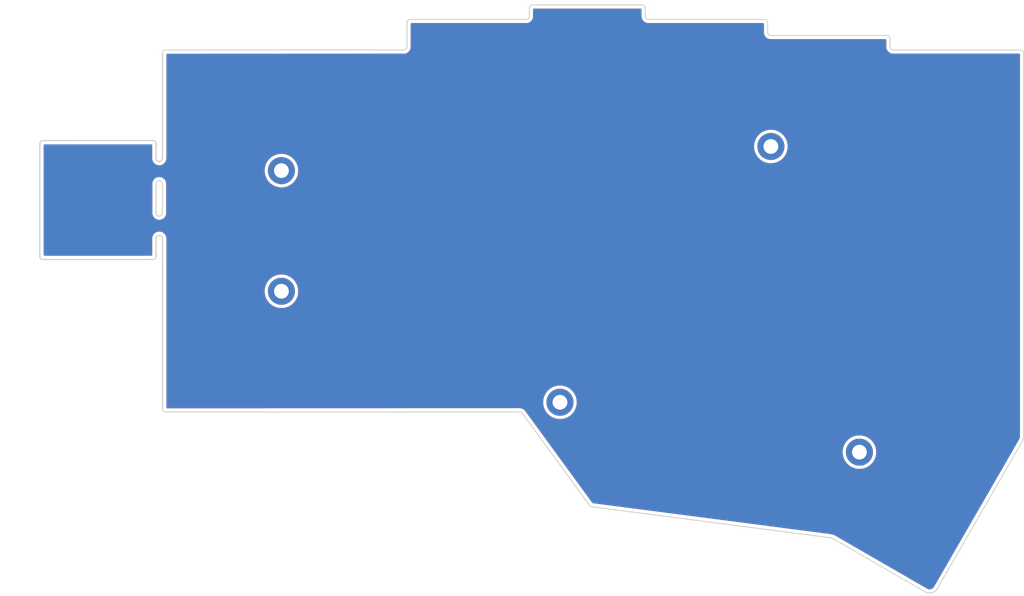
<source format=kicad_pcb>
(kicad_pcb (version 20171130) (host pcbnew "(5.1.10)-1")

  (general
    (thickness 1.6)
    (drawings 72)
    (tracks 0)
    (zones 0)
    (modules 5)
    (nets 1)
  )

  (page A4)
  (title_block
    (title "Corne Bottom Plate")
    (date 2018-11-15)
    (rev 2.1)
    (company foostan)
  )

  (layers
    (0 F.Cu signal)
    (31 B.Cu signal)
    (32 B.Adhes user)
    (33 F.Adhes user)
    (34 B.Paste user)
    (35 F.Paste user)
    (36 B.SilkS user)
    (37 F.SilkS user)
    (38 B.Mask user)
    (39 F.Mask user)
    (40 Dwgs.User user)
    (41 Cmts.User user)
    (42 Eco1.User user)
    (43 Eco2.User user)
    (44 Edge.Cuts user)
    (45 Margin user)
    (46 B.CrtYd user)
    (47 F.CrtYd user)
    (48 B.Fab user)
    (49 F.Fab user)
  )

  (setup
    (last_trace_width 0.25)
    (user_trace_width 0.2)
    (user_trace_width 0.5)
    (trace_clearance 0.2)
    (zone_clearance 0.508)
    (zone_45_only no)
    (trace_min 0.2)
    (via_size 0.6)
    (via_drill 0.4)
    (via_min_size 0.4)
    (via_min_drill 0.3)
    (uvia_size 0.3)
    (uvia_drill 0.1)
    (uvias_allowed no)
    (uvia_min_size 0.2)
    (uvia_min_drill 0.1)
    (edge_width 0.15)
    (segment_width 0.1)
    (pcb_text_width 0.3)
    (pcb_text_size 1.5 1.5)
    (mod_edge_width 0.15)
    (mod_text_size 1 1)
    (mod_text_width 0.15)
    (pad_size 4 4)
    (pad_drill 2.2)
    (pad_to_mask_clearance 0.2)
    (aux_axis_origin 194.75 68)
    (visible_elements 7FFFFFFF)
    (pcbplotparams
      (layerselection 0x010f0_ffffffff)
      (usegerberextensions false)
      (usegerberattributes false)
      (usegerberadvancedattributes false)
      (creategerberjobfile false)
      (excludeedgelayer true)
      (linewidth 0.100000)
      (plotframeref false)
      (viasonmask false)
      (mode 1)
      (useauxorigin false)
      (hpglpennumber 1)
      (hpglpenspeed 20)
      (hpglpendiameter 15.000000)
      (psnegative false)
      (psa4output false)
      (plotreference true)
      (plotvalue true)
      (plotinvisibletext false)
      (padsonsilk false)
      (subtractmaskfromsilk false)
      (outputformat 1)
      (mirror false)
      (drillshape 0)
      (scaleselection 1)
      (outputdirectory "../../../gerbers/"))
  )

  (net 0 "")

  (net_class Default "これは標準のネット クラスです。"
    (clearance 0.2)
    (trace_width 0.25)
    (via_dia 0.6)
    (via_drill 0.4)
    (uvia_dia 0.3)
    (uvia_drill 0.1)
  )

  (module kbd:M2_Hole_TH (layer F.Cu) (tedit 5F7666C1) (tstamp 5AAA5A9F)
    (at 79.5 105.5)
    (fp_text reference "" (at 0 -3.2) (layer F.SilkS)
      (effects (font (size 1 1) (thickness 0.15)))
    )
    (fp_text value "" (at 0 3.2) (layer F.Fab)
      (effects (font (size 1 1) (thickness 0.15)))
    )
    (fp_text user %R (at 0.3 0) (layer F.Fab)
      (effects (font (size 1 1) (thickness 0.15)))
    )
    (pad "" thru_hole circle (at 0 0) (size 4.2 4.2) (drill 2.3) (layers *.Cu *.Mask))
  )

  (module kbd:M2_Hole_TH (layer F.Cu) (tedit 5F7666C1) (tstamp 5AAA5A7C)
    (at 79.5 86.75)
    (fp_text reference "" (at 0 -3.2) (layer F.SilkS)
      (effects (font (size 1 1) (thickness 0.15)))
    )
    (fp_text value "" (at 0 3.2) (layer F.Fab)
      (effects (font (size 1 1) (thickness 0.15)))
    )
    (fp_text user %R (at 0.3 0) (layer F.Fab)
      (effects (font (size 1 1) (thickness 0.15)))
    )
    (pad "" thru_hole circle (at 0 0) (size 4.2 4.2) (drill 2.3) (layers *.Cu *.Mask))
  )

  (module kbd:M2_Hole_TH (layer F.Cu) (tedit 5F7666C1) (tstamp 5AAA7C39)
    (at 155.5 83)
    (fp_text reference "" (at 0 -3.2) (layer F.SilkS)
      (effects (font (size 1 1) (thickness 0.15)))
    )
    (fp_text value "" (at 0 3.2) (layer F.Fab)
      (effects (font (size 1 1) (thickness 0.15)))
    )
    (fp_text user %R (at 0.3 0) (layer F.Fab)
      (effects (font (size 1 1) (thickness 0.15)))
    )
    (pad "" thru_hole circle (at 0 0) (size 4.2 4.2) (drill 2.3) (layers *.Cu *.Mask))
  )

  (module kbd:M2_Hole_TH (layer F.Cu) (tedit 5F7666C1) (tstamp 5AAA7C4A)
    (at 122.75 122.75)
    (fp_text reference "" (at 0 -3.2) (layer F.SilkS)
      (effects (font (size 1 1) (thickness 0.15)))
    )
    (fp_text value "" (at 0 3.2) (layer F.Fab)
      (effects (font (size 1 1) (thickness 0.15)))
    )
    (fp_text user %R (at 0.3 0) (layer F.Fab)
      (effects (font (size 1 1) (thickness 0.15)))
    )
    (pad "" thru_hole circle (at 0 0) (size 4.2 4.2) (drill 2.3) (layers *.Cu *.Mask))
  )

  (module kbd:M2_Hole_TH (layer F.Cu) (tedit 5F7666C1) (tstamp 5AAA7D53)
    (at 169.25 130.5)
    (fp_text reference "" (at 0 -3.2) (layer F.SilkS)
      (effects (font (size 1 1) (thickness 0.15)))
    )
    (fp_text value "" (at 0 3.2) (layer F.Fab)
      (effects (font (size 1 1) (thickness 0.15)))
    )
    (fp_text user %R (at 0.3 0) (layer F.Fab)
      (effects (font (size 1 1) (thickness 0.15)))
    )
    (pad "" thru_hole circle (at 0 0) (size 4.2 4.2) (drill 2.3) (layers *.Cu *.Mask))
  )

  (gr_arc (start 61.5362 123.7648) (end 61.5362 124.2648) (angle 90) (layer Edge.Cuts) (width 0.15) (tstamp 60D0DCA6))
  (gr_line (start 41.98658 82.569) (end 41.98188 100.069) (layer Edge.Cuts) (width 0.2) (tstamp 60D0DCA5))
  (gr_line (start 61.03328 88.81978) (end 61.03328 93.31978) (angle 90) (layer Edge.Cuts) (width 0.15) (tstamp 60D0DCA4))
  (gr_line (start 59.53328 82.06048) (end 42.48658 82.069) (layer Edge.Cuts) (width 0.2) (tstamp 60D0DCA3))
  (gr_line (start 61.03328 68.607919) (end 61.03328 84.81978) (layer Edge.Cuts) (width 0.2) (tstamp 60D0DCA2))
  (gr_arc (start 59.53798 100.069) (end 60.03798 100.069) (angle 90) (layer Edge.Cuts) (width 0.2) (tstamp 60D0DCA1))
  (gr_arc (start 42.48188 100.069) (end 42.48188 100.569) (angle 90) (layer Edge.Cuts) (width 0.2) (tstamp 60D0DCA0))
  (gr_line (start 60.03328 84.81978) (end 60.03328 82.56048) (layer Edge.Cuts) (width 0.2) (tstamp 60D0DC9F))
  (gr_arc (start 60.53328 88.81978) (end 60.53328 88.31978) (angle 90) (layer Edge.Cuts) (width 0.15) (tstamp 60D0DC9E))
  (gr_arc (start 60.53408 97.31978) (end 60.53408 96.81978) (angle 90) (layer Edge.Cuts) (width 0.2) (tstamp 60D0DC9D))
  (gr_arc (start 60.53328 93.31978) (end 61.03328 93.31978) (angle 90) (layer Edge.Cuts) (width 0.15) (tstamp 60D0DC9C))
  (gr_arc (start 42.48658 82.569) (end 41.98658 82.569) (angle 90) (layer Edge.Cuts) (width 0.2) (tstamp 60D0DC9B))
  (gr_arc (start 61.467 68.469939) (end 61.03328 68.607919) (angle 107.6475069) (layer Edge.Cuts) (width 0.15) (tstamp 60D0DC9A))
  (gr_line (start 116.5 124.25) (end 61.5362 124.2648) (angle 90) (layer Edge.Cuts) (width 0.15) (tstamp 60D0DC99))
  (gr_line (start 98.5 68) (end 61.467 68.0148) (angle 90) (layer Edge.Cuts) (width 0.15) (tstamp 60D0DC98))
  (gr_line (start 42.48188 100.569) (end 59.53798 100.569) (layer Edge.Cuts) (width 0.2) (tstamp 60D0DC97))
  (gr_line (start 60.03328 93.31978) (end 60.03328 88.81978) (angle 90) (layer Edge.Cuts) (width 0.15) (tstamp 60D0DC96))
  (gr_arc (start 59.53328 82.56048) (end 59.53328 82.06048) (angle 90) (layer Edge.Cuts) (width 0.2) (tstamp 60D0DC95))
  (gr_line (start 60.03798 100.069) (end 60.03408 97.31978) (layer Edge.Cuts) (width 0.2) (tstamp 60D0DC94))
  (gr_line (start 61.0362 123.7648) (end 61.03408 97.31978) (layer Edge.Cuts) (width 0.2) (tstamp 60D0DC93))
  (gr_arc (start 60.53328 88.81978) (end 60.03328 88.81978) (angle 90) (layer Edge.Cuts) (width 0.15) (tstamp 60D0DC92))
  (gr_arc (start 60.53328 84.81978) (end 60.53328 85.31978) (angle 90) (layer Edge.Cuts) (width 0.2) (tstamp 60D0DC91))
  (dimension 92.487 (width 0.15) (layer Dwgs.User) (tstamp 60D0DC8F)
    (gr_text "92.487 mm" (at 39.467 106.5523 270) (layer Dwgs.User) (tstamp 60D0DC8F)
      (effects (font (size 1 1) (thickness 0.15)))
    )
    (feature1 (pts (xy 50.769 152.7958) (xy 40.180579 152.7958)))
    (feature2 (pts (xy 50.769 60.3088) (xy 40.180579 60.3088)))
    (crossbar (pts (xy 40.767 60.3088) (xy 40.767 152.7958)))
    (arrow1a (pts (xy 40.767 152.7958) (xy 40.180579 151.669296)))
    (arrow1b (pts (xy 40.767 152.7958) (xy 41.353421 151.669296)))
    (arrow2a (pts (xy 40.767 60.3088) (xy 40.180579 61.435304)))
    (arrow2b (pts (xy 40.767 60.3088) (xy 41.353421 61.435304)))
  )
  (gr_arc (start 60.53328 84.81978) (end 61.03328 84.81978) (angle 90) (layer Edge.Cuts) (width 0.2) (tstamp 60D0DC8E))
  (gr_arc (start 60.53328 93.31978) (end 60.53328 93.81978) (angle 90) (layer Edge.Cuts) (width 0.15) (tstamp 60D0DC8D))
  (gr_arc (start 60.53328 97.31978) (end 60.03328 97.31978) (angle 90) (layer Edge.Cuts) (width 0.2) (tstamp 60D0DC8C))
  (gr_line (start 169.25 128.05) (end 169.25 132.950063) (layer F.Fab) (width 0.1) (tstamp 5B88C1AA))
  (gr_line (start 166.8 130.5) (end 171.7 130.5) (layer F.Fab) (width 0.1) (tstamp 5B88C1A9))
  (gr_line (start 122.75 120.3) (end 122.75 125.200063) (layer F.Fab) (width 0.1) (tstamp 5B88C1A6))
  (gr_line (start 120.3 122.75) (end 125.2 122.75) (layer F.Fab) (width 0.1) (tstamp 5B88C1A5))
  (gr_line (start 79.5 103.05) (end 79.5 107.950063) (layer F.Fab) (width 0.1) (tstamp 5B88C19E))
  (gr_line (start 77.05 105.5) (end 81.95 105.5) (layer F.Fab) (width 0.1) (tstamp 5B88C19D))
  (gr_line (start 79.5 84.3) (end 79.5 89.200063) (layer F.Fab) (width 0.1) (tstamp 5B88C19A))
  (gr_line (start 77.05 86.75) (end 81.95 86.75) (layer F.Fab) (width 0.1) (tstamp 5B88C199))
  (gr_line (start 153.05 83) (end 157.95 83) (layer F.Fab) (width 0.1))
  (gr_line (start 155.5 80.55) (end 155.5 85.450063) (layer F.Fab) (width 0.1))
  (gr_arc (start 193.047765 127.997697) (end 194.522764 128.847696) (angle -30.71750663) (layer Edge.Cuts) (width 0.15))
  (gr_arc (start 180.14425 151.010957) (end 179.369251 152.160956) (angle -90.22347501) (layer Edge.Cuts) (width 0.15))
  (gr_arc (start 164.087404 147.16844) (end 165.075 143.9) (angle -11.21335546) (layer Edge.Cuts) (width 0.15))
  (gr_line (start 181.297263 151.781465) (end 194.525 128.85) (layer Edge.Cuts) (width 0.15))
  (gr_line (start 165.075 143.9) (end 179.369251 152.160956) (layer Edge.Cuts) (width 0.15))
  (gr_line (start 127.75 139) (end 164.420556 143.770344) (layer Edge.Cuts) (width 0.15))
  (gr_arc (start 127.75 138.5) (end 127.75 139) (angle 45) (layer Edge.Cuts) (width 0.15))
  (gr_line (start 116.853553 124.396447) (end 127.396447 138.853553) (angle 90) (layer Edge.Cuts) (width 0.15))
  (gr_line (start 169.26 130.5) (end 169.25 130.5) (angle 90) (layer Eco2.User) (width 2.5) (tstamp 5AAFF2CD))
  (gr_line (start 122.76 122.75) (end 122.75 122.75) (angle 90) (layer Eco2.User) (width 2.5) (tstamp 5AAFF292))
  (gr_line (start 155.51 83) (end 155.5 83) (angle 90) (layer Eco2.User) (width 2.5) (tstamp 5AAFF245))
  (gr_line (start 79.5 105.5) (end 79.51 105.5) (angle 90) (layer Eco2.User) (width 2.5) (tstamp 5AAFF0EB))
  (gr_line (start 79.5 86.75) (end 79.51 86.75) (angle 90) (layer Eco2.User) (width 2.5))
  (gr_line (start 174 66.25) (end 174 67.5) (angle 90) (layer Edge.Cuts) (width 0.15))
  (gr_arc (start 173.5 66.25) (end 173.5 65.75) (angle 90) (layer Edge.Cuts) (width 0.15))
  (gr_arc (start 174.5 67.5) (end 174.5 68) (angle 90) (layer Edge.Cuts) (width 0.15))
  (gr_line (start 194.25 68) (end 174.5 68) (angle 90) (layer Edge.Cuts) (width 0.15))
  (gr_arc (start 116.5 124.75) (end 116.5 124.25) (angle 45) (layer Edge.Cuts) (width 0.15))
  (gr_arc (start 98.5 67.5) (end 99 67.5) (angle 90) (layer Edge.Cuts) (width 0.15))
  (gr_arc (start 99.5 63.75) (end 99 63.75) (angle 90) (layer Edge.Cuts) (width 0.15))
  (gr_arc (start 117.5 62.75) (end 118 62.75) (angle 90) (layer Edge.Cuts) (width 0.15))
  (gr_arc (start 118.5 61.5) (end 118 61.5) (angle 90) (layer Edge.Cuts) (width 0.15))
  (gr_arc (start 135.5 61.5) (end 135.5 61) (angle 90) (layer Edge.Cuts) (width 0.15))
  (gr_arc (start 136.5 62.75) (end 136.5 63.25) (angle 90) (layer Edge.Cuts) (width 0.15))
  (gr_arc (start 154.5 63.75) (end 154.5 63.25) (angle 90) (layer Edge.Cuts) (width 0.15))
  (gr_arc (start 155.5 65.25) (end 155.5 65.75) (angle 90) (layer Edge.Cuts) (width 0.15))
  (gr_arc (start 194.25 68.5) (end 194.25 68) (angle 90) (layer Edge.Cuts) (width 0.15))
  (gr_line (start 194.75 68.5) (end 194.75 127.975) (angle 90) (layer Edge.Cuts) (width 0.15))
  (gr_line (start 99 63.75) (end 99 67.5) (angle 90) (layer Edge.Cuts) (width 0.15))
  (gr_line (start 117.5 63.25) (end 99.5 63.25) (angle 90) (layer Edge.Cuts) (width 0.15))
  (gr_line (start 118 61.5) (end 118 62.75) (angle 90) (layer Edge.Cuts) (width 0.15))
  (gr_line (start 135.5 61) (end 118.5 61) (angle 90) (layer Edge.Cuts) (width 0.15))
  (gr_line (start 136 62.75) (end 136 61.5) (angle 90) (layer Edge.Cuts) (width 0.15))
  (gr_line (start 154.5 63.25) (end 136.5 63.25) (angle 90) (layer Edge.Cuts) (width 0.15))
  (gr_line (start 155 65.25) (end 155 63.75) (angle 90) (layer Edge.Cuts) (width 0.15))
  (gr_line (start 173.5 65.75) (end 155.5 65.75) (angle 90) (layer Edge.Cuts) (width 0.15))

  (zone (net 0) (net_name "") (layer F.Cu) (tstamp 60D2B414) (hatch edge 0.508)
    (connect_pads (clearance 0.508))
    (min_thickness 0.254)
    (fill yes (arc_segments 16) (thermal_gap 0.508) (thermal_bridge_width 0.508))
    (polygon
      (pts
        (xy 194.7 67.9) (xy 174 67.9) (xy 174 65.7) (xy 155 65.7) (xy 155 63.2)
        (xy 136 63.2) (xy 136 60.9) (xy 118 60.9) (xy 118 63.2) (xy 98.8 63.2)
        (xy 98.9 67.9) (xy 60.7 68) (xy 60.9 124.7) (xy 116.6 124.2) (xy 127.4 139.1)
        (xy 165.05 143.9) (xy 180.75 152.775) (xy 194.8 128.1) (xy 194.8 67.9)
      )
    )
    (filled_polygon
      (pts
        (xy 135.29 62.784876) (xy 135.292955 62.814876) (xy 135.292934 62.817839) (xy 135.293901 62.827705) (xy 135.298941 62.87566)
        (xy 135.300273 62.889183) (xy 135.30041 62.889634) (xy 135.304101 62.924754) (xy 135.317045 62.987811) (xy 135.329099 63.051001)
        (xy 135.331964 63.060491) (xy 135.36082 63.15371) (xy 135.385752 63.213021) (xy 135.409865 63.272702) (xy 135.414519 63.281454)
        (xy 135.460932 63.367292) (xy 135.496898 63.420612) (xy 135.532152 63.474486) (xy 135.538417 63.482168) (xy 135.600619 63.557357)
        (xy 135.646269 63.602689) (xy 135.691299 63.648673) (xy 135.698938 63.654992) (xy 135.774559 63.716668) (xy 135.828147 63.752272)
        (xy 135.881262 63.788641) (xy 135.889983 63.793356) (xy 135.976144 63.839168) (xy 136.035612 63.863679) (xy 136.09478 63.889038)
        (xy 136.104249 63.891969) (xy 136.197667 63.920174) (xy 136.260787 63.932672) (xy 136.323743 63.946054) (xy 136.333602 63.94709)
        (xy 136.430719 63.956612) (xy 136.430723 63.956612) (xy 136.465123 63.96) (xy 154.290001 63.96) (xy 154.29 65.284876)
        (xy 154.292955 65.314876) (xy 154.292934 65.317839) (xy 154.293901 65.327705) (xy 154.298941 65.37566) (xy 154.300273 65.389183)
        (xy 154.30041 65.389634) (xy 154.304101 65.424754) (xy 154.317045 65.487811) (xy 154.329099 65.551001) (xy 154.331964 65.560491)
        (xy 154.36082 65.65371) (xy 154.385752 65.713021) (xy 154.409865 65.772702) (xy 154.414519 65.781454) (xy 154.460932 65.867292)
        (xy 154.496898 65.920612) (xy 154.532152 65.974486) (xy 154.538417 65.982168) (xy 154.600619 66.057357) (xy 154.646269 66.102689)
        (xy 154.691299 66.148673) (xy 154.698938 66.154992) (xy 154.774559 66.216668) (xy 154.828147 66.252272) (xy 154.881262 66.288641)
        (xy 154.889983 66.293356) (xy 154.976144 66.339168) (xy 155.035612 66.363679) (xy 155.09478 66.389038) (xy 155.104249 66.391969)
        (xy 155.197667 66.420174) (xy 155.260787 66.432672) (xy 155.323743 66.446054) (xy 155.333602 66.44709) (xy 155.430719 66.456612)
        (xy 155.430723 66.456612) (xy 155.465123 66.46) (xy 173.29 66.46) (xy 173.290001 67.534877) (xy 173.292955 67.564868)
        (xy 173.292934 67.567839) (xy 173.293901 67.577705) (xy 173.298955 67.625796) (xy 173.300274 67.639184) (xy 173.300409 67.639631)
        (xy 173.304101 67.674754) (xy 173.317043 67.737802) (xy 173.329099 67.801001) (xy 173.331964 67.810491) (xy 173.36082 67.90371)
        (xy 173.385752 67.963021) (xy 173.409865 68.022702) (xy 173.414519 68.031454) (xy 173.460932 68.117292) (xy 173.496898 68.170612)
        (xy 173.532152 68.224486) (xy 173.538417 68.232168) (xy 173.600619 68.307357) (xy 173.646269 68.352689) (xy 173.691299 68.398673)
        (xy 173.698938 68.404992) (xy 173.774559 68.466668) (xy 173.828147 68.502272) (xy 173.881262 68.538641) (xy 173.889983 68.543356)
        (xy 173.976144 68.589168) (xy 174.035612 68.613679) (xy 174.09478 68.639038) (xy 174.104249 68.641969) (xy 174.197667 68.670174)
        (xy 174.260787 68.682672) (xy 174.323743 68.696054) (xy 174.333602 68.69709) (xy 174.430719 68.706612) (xy 174.430723 68.706612)
        (xy 174.465123 68.71) (xy 194.04 68.71) (xy 194.040001 127.945012) (xy 194.020387 128.176837) (xy 193.96458 128.371)
        (xy 193.88351 128.53874) (xy 193.88108 128.545347) (xy 180.71134 151.376271) (xy 180.620779 151.486705) (xy 180.519299 151.570201)
        (xy 180.403527 151.6324) (xy 180.277885 151.670925) (xy 180.14715 151.684313) (xy 180.016312 151.672053) (xy 179.890338 151.634611)
        (xy 179.74629 151.558814) (xy 165.400066 143.267823) (xy 165.304615 143.224525) (xy 165.168424 143.192709) (xy 165.156734 143.192321)
        (xy 164.569638 143.076079) (xy 164.546731 143.070775) (xy 127.871366 138.299807) (xy 121.986889 130.230626) (xy 166.515 130.230626)
        (xy 166.515 130.769374) (xy 166.620105 131.29777) (xy 166.826275 131.795508) (xy 167.125587 132.243461) (xy 167.506539 132.624413)
        (xy 167.954492 132.923725) (xy 168.45223 133.129895) (xy 168.980626 133.235) (xy 169.519374 133.235) (xy 170.04777 133.129895)
        (xy 170.545508 132.923725) (xy 170.993461 132.624413) (xy 171.374413 132.243461) (xy 171.673725 131.795508) (xy 171.879895 131.29777)
        (xy 171.985 130.769374) (xy 171.985 130.230626) (xy 171.879895 129.70223) (xy 171.673725 129.204492) (xy 171.374413 128.756539)
        (xy 170.993461 128.375587) (xy 170.545508 128.076275) (xy 170.04777 127.870105) (xy 169.519374 127.765) (xy 168.980626 127.765)
        (xy 168.45223 127.870105) (xy 167.954492 128.076275) (xy 167.506539 128.375587) (xy 167.125587 128.756539) (xy 166.826275 129.204492)
        (xy 166.620105 129.70223) (xy 166.515 130.230626) (xy 121.986889 130.230626) (xy 117.406664 123.949923) (xy 117.336904 123.871699)
        (xy 117.295505 123.840476) (xy 117.225441 123.783332) (xy 117.171853 123.747728) (xy 117.118738 123.711359) (xy 117.110017 123.706644)
        (xy 117.023856 123.660832) (xy 116.964388 123.636321) (xy 116.90522 123.610962) (xy 116.895751 123.608031) (xy 116.802333 123.579826)
        (xy 116.739213 123.567328) (xy 116.676257 123.553946) (xy 116.666398 123.55291) (xy 116.569281 123.543388) (xy 116.569272 123.543388)
        (xy 116.534685 123.539991) (xy 61.771182 123.554737) (xy 61.771096 122.480626) (xy 120.015 122.480626) (xy 120.015 123.019374)
        (xy 120.120105 123.54777) (xy 120.326275 124.045508) (xy 120.625587 124.493461) (xy 121.006539 124.874413) (xy 121.454492 125.173725)
        (xy 121.95223 125.379895) (xy 122.480626 125.485) (xy 123.019374 125.485) (xy 123.54777 125.379895) (xy 124.045508 125.173725)
        (xy 124.493461 124.874413) (xy 124.874413 124.493461) (xy 125.173725 124.045508) (xy 125.379895 123.54777) (xy 125.485 123.019374)
        (xy 125.485 122.480626) (xy 125.379895 121.95223) (xy 125.173725 121.454492) (xy 124.874413 121.006539) (xy 124.493461 120.625587)
        (xy 124.045508 120.326275) (xy 123.54777 120.120105) (xy 123.019374 120.015) (xy 122.480626 120.015) (xy 121.95223 120.120105)
        (xy 121.454492 120.326275) (xy 121.006539 120.625587) (xy 120.625587 121.006539) (xy 120.326275 121.454492) (xy 120.120105 121.95223)
        (xy 120.015 122.480626) (xy 61.771096 122.480626) (xy 61.769714 105.230626) (xy 76.765 105.230626) (xy 76.765 105.769374)
        (xy 76.870105 106.29777) (xy 77.076275 106.795508) (xy 77.375587 107.243461) (xy 77.756539 107.624413) (xy 78.204492 107.923725)
        (xy 78.70223 108.129895) (xy 79.230626 108.235) (xy 79.769374 108.235) (xy 80.29777 108.129895) (xy 80.795508 107.923725)
        (xy 81.243461 107.624413) (xy 81.624413 107.243461) (xy 81.923725 106.795508) (xy 82.129895 106.29777) (xy 82.235 105.769374)
        (xy 82.235 105.230626) (xy 82.129895 104.70223) (xy 81.923725 104.204492) (xy 81.624413 103.756539) (xy 81.243461 103.375587)
        (xy 80.795508 103.076275) (xy 80.29777 102.870105) (xy 79.769374 102.765) (xy 79.230626 102.765) (xy 78.70223 102.870105)
        (xy 78.204492 103.076275) (xy 77.756539 103.375587) (xy 77.375587 103.756539) (xy 77.076275 104.204492) (xy 76.870105 104.70223)
        (xy 76.765 105.230626) (xy 61.769714 105.230626) (xy 61.769077 97.283617) (xy 61.766022 97.252629) (xy 61.766043 97.249675)
        (xy 61.765042 97.239462) (xy 61.75993 97.190827) (xy 61.758433 97.175637) (xy 61.758281 97.175137) (xy 61.754842 97.142414)
        (xy 61.741444 97.077144) (xy 61.728964 97.011721) (xy 61.725998 97.001896) (xy 61.697142 96.908677) (xy 61.671305 96.847214)
        (xy 61.646369 96.785496) (xy 61.641552 96.776435) (xy 61.595139 96.690597) (xy 61.557869 96.635342) (xy 61.521411 96.579629)
        (xy 61.514925 96.571676) (xy 61.452723 96.496487) (xy 61.405439 96.449532) (xy 61.35885 96.401956) (xy 61.350943 96.395414)
        (xy 61.275322 96.333739) (xy 61.219801 96.29685) (xy 61.164861 96.259232) (xy 61.15585 96.25436) (xy 61.155843 96.254355)
        (xy 61.155836 96.254352) (xy 61.155834 96.254351) (xy 61.069673 96.208539) (xy 61.008067 96.183147) (xy 60.94686 96.156913)
        (xy 60.937056 96.153878) (xy 60.937052 96.153877) (xy 60.93705 96.153876) (xy 60.937048 96.153876) (xy 60.926297 96.15063)
        (xy 60.920348 94.464111) (xy 60.93699 94.45896) (xy 60.996301 94.434028) (xy 61.055982 94.409915) (xy 61.064734 94.405261)
        (xy 61.150572 94.358848) (xy 61.203892 94.322882) (xy 61.257766 94.287628) (xy 61.265448 94.281363) (xy 61.340637 94.219161)
        (xy 61.385969 94.173511) (xy 61.431953 94.128481) (xy 61.438272 94.120842) (xy 61.499948 94.045221) (xy 61.535552 93.991633)
        (xy 61.571921 93.938518) (xy 61.576636 93.929797) (xy 61.622448 93.843636) (xy 61.646959 93.784168) (xy 61.672318 93.725)
        (xy 61.675249 93.715531) (xy 61.703454 93.622113) (xy 61.715952 93.558993) (xy 61.729334 93.496037) (xy 61.73037 93.486178)
        (xy 61.739892 93.389061) (xy 61.739892 93.389057) (xy 61.74328 93.354657) (xy 61.74328 88.784903) (xy 61.740325 88.754903)
        (xy 61.740346 88.751941) (xy 61.739379 88.742075) (xy 61.734341 88.694143) (xy 61.733007 88.680596) (xy 61.73287 88.680144)
        (xy 61.729179 88.645027) (xy 61.716238 88.581983) (xy 61.704181 88.518779) (xy 61.701316 88.509289) (xy 61.67246 88.41607)
        (xy 61.647533 88.356771) (xy 61.623415 88.297078) (xy 61.618761 88.288325) (xy 61.572348 88.202488) (xy 61.536382 88.149168)
        (xy 61.501128 88.095294) (xy 61.494862 88.087612) (xy 61.432661 88.012423) (xy 61.387011 87.967091) (xy 61.341981 87.921107)
        (xy 61.334342 87.914788) (xy 61.258721 87.853112) (xy 61.205133 87.817508) (xy 61.152018 87.781139) (xy 61.143297 87.776424)
        (xy 61.057136 87.730612) (xy 60.997668 87.706101) (xy 60.9385 87.680742) (xy 60.929031 87.677811) (xy 60.896376 87.667952)
        (xy 60.892188 86.480626) (xy 76.765 86.480626) (xy 76.765 87.019374) (xy 76.870105 87.54777) (xy 77.076275 88.045508)
        (xy 77.375587 88.493461) (xy 77.756539 88.874413) (xy 78.204492 89.173725) (xy 78.70223 89.379895) (xy 79.230626 89.485)
        (xy 79.769374 89.485) (xy 80.29777 89.379895) (xy 80.795508 89.173725) (xy 81.243461 88.874413) (xy 81.624413 88.493461)
        (xy 81.923725 88.045508) (xy 82.129895 87.54777) (xy 82.235 87.019374) (xy 82.235 86.480626) (xy 82.129895 85.95223)
        (xy 81.923725 85.454492) (xy 81.624413 85.006539) (xy 81.243461 84.625587) (xy 80.795508 84.326275) (xy 80.29777 84.120105)
        (xy 79.769374 84.015) (xy 79.230626 84.015) (xy 78.70223 84.120105) (xy 78.204492 84.326275) (xy 77.756539 84.625587)
        (xy 77.375587 85.006539) (xy 77.076275 85.454492) (xy 76.870105 85.95223) (xy 76.765 86.480626) (xy 60.892188 86.480626)
        (xy 60.890491 85.999524) (xy 60.944383 85.982842) (xy 61.005858 85.957) (xy 61.067564 85.932069) (xy 61.076625 85.927252)
        (xy 61.162463 85.880839) (xy 61.217695 85.843584) (xy 61.273431 85.807111) (xy 61.281384 85.800625) (xy 61.356573 85.738423)
        (xy 61.403528 85.691139) (xy 61.451104 85.64455) (xy 61.457645 85.636643) (xy 61.45765 85.636638) (xy 61.457654 85.636632)
        (xy 61.519321 85.561022) (xy 61.556194 85.505524) (xy 61.593828 85.450561) (xy 61.598709 85.441534) (xy 61.644521 85.355373)
        (xy 61.669913 85.293767) (xy 61.696147 85.23256) (xy 61.699182 85.222756) (xy 61.727387 85.129338) (xy 61.740336 85.063945)
        (xy 61.754177 84.998823) (xy 61.755248 84.988632) (xy 61.75525 84.988624) (xy 61.75525 84.988617) (xy 61.764772 84.8915)
        (xy 61.76828 84.855885) (xy 61.76828 82.730626) (xy 152.765 82.730626) (xy 152.765 83.269374) (xy 152.870105 83.79777)
        (xy 153.076275 84.295508) (xy 153.375587 84.743461) (xy 153.756539 85.124413) (xy 154.204492 85.423725) (xy 154.70223 85.629895)
        (xy 155.230626 85.735) (xy 155.769374 85.735) (xy 156.29777 85.629895) (xy 156.795508 85.423725) (xy 157.243461 85.124413)
        (xy 157.624413 84.743461) (xy 157.923725 84.295508) (xy 158.129895 83.79777) (xy 158.235 83.269374) (xy 158.235 82.730626)
        (xy 158.129895 82.20223) (xy 157.923725 81.704492) (xy 157.624413 81.256539) (xy 157.243461 80.875587) (xy 156.795508 80.576275)
        (xy 156.29777 80.370105) (xy 155.769374 80.265) (xy 155.230626 80.265) (xy 154.70223 80.370105) (xy 154.204492 80.576275)
        (xy 153.756539 80.875587) (xy 153.375587 81.256539) (xy 153.076275 81.704492) (xy 152.870105 82.20223) (xy 152.765 82.730626)
        (xy 61.76828 82.730626) (xy 61.76828 68.724679) (xy 98.53516 68.709986) (xy 98.564894 68.707045) (xy 98.567839 68.707066)
        (xy 98.577705 68.706099) (xy 98.629335 68.700673) (xy 98.639463 68.699671) (xy 98.639779 68.699575) (xy 98.674754 68.695899)
        (xy 98.737811 68.682955) (xy 98.801001 68.670901) (xy 98.810491 68.668036) (xy 98.90371 68.63918) (xy 98.963021 68.614248)
        (xy 99.022702 68.590135) (xy 99.031454 68.585481) (xy 99.117292 68.539068) (xy 99.170612 68.503102) (xy 99.224486 68.467848)
        (xy 99.232168 68.461583) (xy 99.307357 68.399381) (xy 99.352689 68.353731) (xy 99.398673 68.308701) (xy 99.404992 68.301062)
        (xy 99.466668 68.225441) (xy 99.502272 68.171853) (xy 99.538641 68.118738) (xy 99.543356 68.110017) (xy 99.589168 68.023856)
        (xy 99.613679 67.964388) (xy 99.639038 67.90522) (xy 99.641969 67.895751) (xy 99.670174 67.802333) (xy 99.682672 67.739213)
        (xy 99.696054 67.676257) (xy 99.69709 67.666398) (xy 99.706612 67.569281) (xy 99.706612 67.569277) (xy 99.71 67.534877)
        (xy 99.71 63.96) (xy 117.534877 63.96) (xy 117.564877 63.957045) (xy 117.567839 63.957066) (xy 117.577705 63.956099)
        (xy 117.625645 63.95106) (xy 117.639184 63.949727) (xy 117.639636 63.94959) (xy 117.674754 63.945899) (xy 117.737811 63.932955)
        (xy 117.801001 63.920901) (xy 117.810491 63.918036) (xy 117.90371 63.88918) (xy 117.963021 63.864248) (xy 118.022702 63.840135)
        (xy 118.031454 63.835481) (xy 118.117292 63.789068) (xy 118.170612 63.753102) (xy 118.224486 63.717848) (xy 118.232168 63.711583)
        (xy 118.307357 63.649381) (xy 118.352689 63.603731) (xy 118.398673 63.558701) (xy 118.404992 63.551062) (xy 118.466668 63.475441)
        (xy 118.502272 63.421853) (xy 118.538641 63.368738) (xy 118.543356 63.360017) (xy 118.589168 63.273856) (xy 118.613679 63.214388)
        (xy 118.639038 63.15522) (xy 118.641969 63.145751) (xy 118.670174 63.052333) (xy 118.682672 62.989213) (xy 118.696054 62.926257)
        (xy 118.69709 62.916398) (xy 118.706612 62.819281) (xy 118.706612 62.819277) (xy 118.71 62.784877) (xy 118.71 61.71)
        (xy 135.290001 61.71)
      )
    )
  )
  (zone (net 0) (net_name "") (layer B.Cu) (tstamp 60D2B411) (hatch edge 0.508)
    (connect_pads (clearance 0.508))
    (min_thickness 0.254)
    (fill yes (arc_segments 16) (thermal_gap 0.508) (thermal_bridge_width 0.508))
    (polygon
      (pts
        (xy 194.7 67.9) (xy 174 67.9) (xy 174 65.7) (xy 155 65.7) (xy 155 63.2)
        (xy 136 63.2) (xy 136 60.9) (xy 118 60.9) (xy 118 63.2) (xy 98.8 63.2)
        (xy 98.9 67.9) (xy 60.7 68) (xy 60.9 124.7) (xy 116.6 124.2) (xy 127.6 139)
        (xy 165 143.925) (xy 180.775 152.825) (xy 194.8 128.3) (xy 194.8 67.9)
      )
    )
    (filled_polygon
      (pts
        (xy 135.29 62.784876) (xy 135.292955 62.814876) (xy 135.292934 62.817839) (xy 135.293901 62.827705) (xy 135.298941 62.87566)
        (xy 135.300273 62.889183) (xy 135.30041 62.889634) (xy 135.304101 62.924754) (xy 135.317045 62.987811) (xy 135.329099 63.051001)
        (xy 135.331964 63.060491) (xy 135.36082 63.15371) (xy 135.385752 63.213021) (xy 135.409865 63.272702) (xy 135.414519 63.281454)
        (xy 135.460932 63.367292) (xy 135.496898 63.420612) (xy 135.532152 63.474486) (xy 135.538417 63.482168) (xy 135.600619 63.557357)
        (xy 135.646269 63.602689) (xy 135.691299 63.648673) (xy 135.698938 63.654992) (xy 135.774559 63.716668) (xy 135.828147 63.752272)
        (xy 135.881262 63.788641) (xy 135.889983 63.793356) (xy 135.976144 63.839168) (xy 136.035612 63.863679) (xy 136.09478 63.889038)
        (xy 136.104249 63.891969) (xy 136.197667 63.920174) (xy 136.260787 63.932672) (xy 136.323743 63.946054) (xy 136.333602 63.94709)
        (xy 136.430719 63.956612) (xy 136.430723 63.956612) (xy 136.465123 63.96) (xy 154.290001 63.96) (xy 154.29 65.284876)
        (xy 154.292955 65.314876) (xy 154.292934 65.317839) (xy 154.293901 65.327705) (xy 154.298941 65.37566) (xy 154.300273 65.389183)
        (xy 154.30041 65.389634) (xy 154.304101 65.424754) (xy 154.317045 65.487811) (xy 154.329099 65.551001) (xy 154.331964 65.560491)
        (xy 154.36082 65.65371) (xy 154.385752 65.713021) (xy 154.409865 65.772702) (xy 154.414519 65.781454) (xy 154.460932 65.867292)
        (xy 154.496898 65.920612) (xy 154.532152 65.974486) (xy 154.538417 65.982168) (xy 154.600619 66.057357) (xy 154.646269 66.102689)
        (xy 154.691299 66.148673) (xy 154.698938 66.154992) (xy 154.774559 66.216668) (xy 154.828147 66.252272) (xy 154.881262 66.288641)
        (xy 154.889983 66.293356) (xy 154.976144 66.339168) (xy 155.035612 66.363679) (xy 155.09478 66.389038) (xy 155.104249 66.391969)
        (xy 155.197667 66.420174) (xy 155.260787 66.432672) (xy 155.323743 66.446054) (xy 155.333602 66.44709) (xy 155.430719 66.456612)
        (xy 155.430723 66.456612) (xy 155.465123 66.46) (xy 173.29 66.46) (xy 173.290001 67.534877) (xy 173.292955 67.564868)
        (xy 173.292934 67.567839) (xy 173.293901 67.577705) (xy 173.298955 67.625796) (xy 173.300274 67.639184) (xy 173.300409 67.639631)
        (xy 173.304101 67.674754) (xy 173.317043 67.737802) (xy 173.329099 67.801001) (xy 173.331964 67.810491) (xy 173.36082 67.90371)
        (xy 173.385752 67.963021) (xy 173.409865 68.022702) (xy 173.414519 68.031454) (xy 173.460932 68.117292) (xy 173.496898 68.170612)
        (xy 173.532152 68.224486) (xy 173.538417 68.232168) (xy 173.600619 68.307357) (xy 173.646269 68.352689) (xy 173.691299 68.398673)
        (xy 173.698938 68.404992) (xy 173.774559 68.466668) (xy 173.828147 68.502272) (xy 173.881262 68.538641) (xy 173.889983 68.543356)
        (xy 173.976144 68.589168) (xy 174.035612 68.613679) (xy 174.09478 68.639038) (xy 174.104249 68.641969) (xy 174.197667 68.670174)
        (xy 174.260787 68.682672) (xy 174.323743 68.696054) (xy 174.333602 68.69709) (xy 174.430719 68.706612) (xy 174.430723 68.706612)
        (xy 174.465123 68.71) (xy 194.04 68.71) (xy 194.040001 127.945012) (xy 194.020387 128.176837) (xy 193.96458 128.371)
        (xy 193.88351 128.53874) (xy 193.88108 128.545347) (xy 180.71134 151.376271) (xy 180.620779 151.486705) (xy 180.519299 151.570201)
        (xy 180.403527 151.6324) (xy 180.277885 151.670925) (xy 180.14715 151.684313) (xy 180.016312 151.672053) (xy 179.890338 151.634611)
        (xy 179.74629 151.558814) (xy 165.400066 143.267823) (xy 165.304615 143.224525) (xy 165.168424 143.192709) (xy 165.156734 143.192321)
        (xy 164.569638 143.076079) (xy 164.546731 143.070775) (xy 127.871366 138.299807) (xy 121.986889 130.230626) (xy 166.515 130.230626)
        (xy 166.515 130.769374) (xy 166.620105 131.29777) (xy 166.826275 131.795508) (xy 167.125587 132.243461) (xy 167.506539 132.624413)
        (xy 167.954492 132.923725) (xy 168.45223 133.129895) (xy 168.980626 133.235) (xy 169.519374 133.235) (xy 170.04777 133.129895)
        (xy 170.545508 132.923725) (xy 170.993461 132.624413) (xy 171.374413 132.243461) (xy 171.673725 131.795508) (xy 171.879895 131.29777)
        (xy 171.985 130.769374) (xy 171.985 130.230626) (xy 171.879895 129.70223) (xy 171.673725 129.204492) (xy 171.374413 128.756539)
        (xy 170.993461 128.375587) (xy 170.545508 128.076275) (xy 170.04777 127.870105) (xy 169.519374 127.765) (xy 168.980626 127.765)
        (xy 168.45223 127.870105) (xy 167.954492 128.076275) (xy 167.506539 128.375587) (xy 167.125587 128.756539) (xy 166.826275 129.204492)
        (xy 166.620105 129.70223) (xy 166.515 130.230626) (xy 121.986889 130.230626) (xy 117.406664 123.949923) (xy 117.336904 123.871699)
        (xy 117.295505 123.840476) (xy 117.225441 123.783332) (xy 117.171853 123.747728) (xy 117.118738 123.711359) (xy 117.110017 123.706644)
        (xy 117.023856 123.660832) (xy 116.964388 123.636321) (xy 116.90522 123.610962) (xy 116.895751 123.608031) (xy 116.802333 123.579826)
        (xy 116.739213 123.567328) (xy 116.676257 123.553946) (xy 116.666398 123.55291) (xy 116.569281 123.543388) (xy 116.569272 123.543388)
        (xy 116.534685 123.539991) (xy 61.771182 123.554737) (xy 61.771096 122.480626) (xy 120.015 122.480626) (xy 120.015 123.019374)
        (xy 120.120105 123.54777) (xy 120.326275 124.045508) (xy 120.625587 124.493461) (xy 121.006539 124.874413) (xy 121.454492 125.173725)
        (xy 121.95223 125.379895) (xy 122.480626 125.485) (xy 123.019374 125.485) (xy 123.54777 125.379895) (xy 124.045508 125.173725)
        (xy 124.493461 124.874413) (xy 124.874413 124.493461) (xy 125.173725 124.045508) (xy 125.379895 123.54777) (xy 125.485 123.019374)
        (xy 125.485 122.480626) (xy 125.379895 121.95223) (xy 125.173725 121.454492) (xy 124.874413 121.006539) (xy 124.493461 120.625587)
        (xy 124.045508 120.326275) (xy 123.54777 120.120105) (xy 123.019374 120.015) (xy 122.480626 120.015) (xy 121.95223 120.120105)
        (xy 121.454492 120.326275) (xy 121.006539 120.625587) (xy 120.625587 121.006539) (xy 120.326275 121.454492) (xy 120.120105 121.95223)
        (xy 120.015 122.480626) (xy 61.771096 122.480626) (xy 61.769714 105.230626) (xy 76.765 105.230626) (xy 76.765 105.769374)
        (xy 76.870105 106.29777) (xy 77.076275 106.795508) (xy 77.375587 107.243461) (xy 77.756539 107.624413) (xy 78.204492 107.923725)
        (xy 78.70223 108.129895) (xy 79.230626 108.235) (xy 79.769374 108.235) (xy 80.29777 108.129895) (xy 80.795508 107.923725)
        (xy 81.243461 107.624413) (xy 81.624413 107.243461) (xy 81.923725 106.795508) (xy 82.129895 106.29777) (xy 82.235 105.769374)
        (xy 82.235 105.230626) (xy 82.129895 104.70223) (xy 81.923725 104.204492) (xy 81.624413 103.756539) (xy 81.243461 103.375587)
        (xy 80.795508 103.076275) (xy 80.29777 102.870105) (xy 79.769374 102.765) (xy 79.230626 102.765) (xy 78.70223 102.870105)
        (xy 78.204492 103.076275) (xy 77.756539 103.375587) (xy 77.375587 103.756539) (xy 77.076275 104.204492) (xy 76.870105 104.70223)
        (xy 76.765 105.230626) (xy 61.769714 105.230626) (xy 61.769077 97.283617) (xy 61.766022 97.252629) (xy 61.766043 97.249675)
        (xy 61.765042 97.239462) (xy 61.75993 97.190827) (xy 61.758433 97.175637) (xy 61.758281 97.175137) (xy 61.754842 97.142414)
        (xy 61.741444 97.077144) (xy 61.728964 97.011721) (xy 61.725998 97.001896) (xy 61.697142 96.908677) (xy 61.671305 96.847214)
        (xy 61.646369 96.785496) (xy 61.641552 96.776435) (xy 61.595139 96.690597) (xy 61.557869 96.635342) (xy 61.521411 96.579629)
        (xy 61.514925 96.571676) (xy 61.452723 96.496487) (xy 61.405439 96.449532) (xy 61.35885 96.401956) (xy 61.350943 96.395414)
        (xy 61.275322 96.333739) (xy 61.219801 96.29685) (xy 61.164861 96.259232) (xy 61.15585 96.25436) (xy 61.155843 96.254355)
        (xy 61.155836 96.254352) (xy 61.155834 96.254351) (xy 61.069673 96.208539) (xy 61.008067 96.183147) (xy 60.94686 96.156913)
        (xy 60.937056 96.153878) (xy 60.937052 96.153877) (xy 60.93705 96.153876) (xy 60.937048 96.153876) (xy 60.926297 96.15063)
        (xy 60.920348 94.464111) (xy 60.93699 94.45896) (xy 60.996301 94.434028) (xy 61.055982 94.409915) (xy 61.064734 94.405261)
        (xy 61.150572 94.358848) (xy 61.203892 94.322882) (xy 61.257766 94.287628) (xy 61.265448 94.281363) (xy 61.340637 94.219161)
        (xy 61.385969 94.173511) (xy 61.431953 94.128481) (xy 61.438272 94.120842) (xy 61.499948 94.045221) (xy 61.535552 93.991633)
        (xy 61.571921 93.938518) (xy 61.576636 93.929797) (xy 61.622448 93.843636) (xy 61.646959 93.784168) (xy 61.672318 93.725)
        (xy 61.675249 93.715531) (xy 61.703454 93.622113) (xy 61.715952 93.558993) (xy 61.729334 93.496037) (xy 61.73037 93.486178)
        (xy 61.739892 93.389061) (xy 61.739892 93.389057) (xy 61.74328 93.354657) (xy 61.74328 88.784903) (xy 61.740325 88.754903)
        (xy 61.740346 88.751941) (xy 61.739379 88.742075) (xy 61.734341 88.694143) (xy 61.733007 88.680596) (xy 61.73287 88.680144)
        (xy 61.729179 88.645027) (xy 61.716238 88.581983) (xy 61.704181 88.518779) (xy 61.701316 88.509289) (xy 61.67246 88.41607)
        (xy 61.647533 88.356771) (xy 61.623415 88.297078) (xy 61.618761 88.288325) (xy 61.572348 88.202488) (xy 61.536382 88.149168)
        (xy 61.501128 88.095294) (xy 61.494862 88.087612) (xy 61.432661 88.012423) (xy 61.387011 87.967091) (xy 61.341981 87.921107)
        (xy 61.334342 87.914788) (xy 61.258721 87.853112) (xy 61.205133 87.817508) (xy 61.152018 87.781139) (xy 61.143297 87.776424)
        (xy 61.057136 87.730612) (xy 60.997668 87.706101) (xy 60.9385 87.680742) (xy 60.929031 87.677811) (xy 60.896376 87.667952)
        (xy 60.892188 86.480626) (xy 76.765 86.480626) (xy 76.765 87.019374) (xy 76.870105 87.54777) (xy 77.076275 88.045508)
        (xy 77.375587 88.493461) (xy 77.756539 88.874413) (xy 78.204492 89.173725) (xy 78.70223 89.379895) (xy 79.230626 89.485)
        (xy 79.769374 89.485) (xy 80.29777 89.379895) (xy 80.795508 89.173725) (xy 81.243461 88.874413) (xy 81.624413 88.493461)
        (xy 81.923725 88.045508) (xy 82.129895 87.54777) (xy 82.235 87.019374) (xy 82.235 86.480626) (xy 82.129895 85.95223)
        (xy 81.923725 85.454492) (xy 81.624413 85.006539) (xy 81.243461 84.625587) (xy 80.795508 84.326275) (xy 80.29777 84.120105)
        (xy 79.769374 84.015) (xy 79.230626 84.015) (xy 78.70223 84.120105) (xy 78.204492 84.326275) (xy 77.756539 84.625587)
        (xy 77.375587 85.006539) (xy 77.076275 85.454492) (xy 76.870105 85.95223) (xy 76.765 86.480626) (xy 60.892188 86.480626)
        (xy 60.890491 85.999524) (xy 60.944383 85.982842) (xy 61.005858 85.957) (xy 61.067564 85.932069) (xy 61.076625 85.927252)
        (xy 61.162463 85.880839) (xy 61.217695 85.843584) (xy 61.273431 85.807111) (xy 61.281384 85.800625) (xy 61.356573 85.738423)
        (xy 61.403528 85.691139) (xy 61.451104 85.64455) (xy 61.457645 85.636643) (xy 61.45765 85.636638) (xy 61.457654 85.636632)
        (xy 61.519321 85.561022) (xy 61.556194 85.505524) (xy 61.593828 85.450561) (xy 61.598709 85.441534) (xy 61.644521 85.355373)
        (xy 61.669913 85.293767) (xy 61.696147 85.23256) (xy 61.699182 85.222756) (xy 61.727387 85.129338) (xy 61.740336 85.063945)
        (xy 61.754177 84.998823) (xy 61.755248 84.988632) (xy 61.75525 84.988624) (xy 61.75525 84.988617) (xy 61.764772 84.8915)
        (xy 61.76828 84.855885) (xy 61.76828 82.730626) (xy 152.765 82.730626) (xy 152.765 83.269374) (xy 152.870105 83.79777)
        (xy 153.076275 84.295508) (xy 153.375587 84.743461) (xy 153.756539 85.124413) (xy 154.204492 85.423725) (xy 154.70223 85.629895)
        (xy 155.230626 85.735) (xy 155.769374 85.735) (xy 156.29777 85.629895) (xy 156.795508 85.423725) (xy 157.243461 85.124413)
        (xy 157.624413 84.743461) (xy 157.923725 84.295508) (xy 158.129895 83.79777) (xy 158.235 83.269374) (xy 158.235 82.730626)
        (xy 158.129895 82.20223) (xy 157.923725 81.704492) (xy 157.624413 81.256539) (xy 157.243461 80.875587) (xy 156.795508 80.576275)
        (xy 156.29777 80.370105) (xy 155.769374 80.265) (xy 155.230626 80.265) (xy 154.70223 80.370105) (xy 154.204492 80.576275)
        (xy 153.756539 80.875587) (xy 153.375587 81.256539) (xy 153.076275 81.704492) (xy 152.870105 82.20223) (xy 152.765 82.730626)
        (xy 61.76828 82.730626) (xy 61.76828 68.724679) (xy 98.53516 68.709986) (xy 98.564894 68.707045) (xy 98.567839 68.707066)
        (xy 98.577705 68.706099) (xy 98.629335 68.700673) (xy 98.639463 68.699671) (xy 98.639779 68.699575) (xy 98.674754 68.695899)
        (xy 98.737811 68.682955) (xy 98.801001 68.670901) (xy 98.810491 68.668036) (xy 98.90371 68.63918) (xy 98.963021 68.614248)
        (xy 99.022702 68.590135) (xy 99.031454 68.585481) (xy 99.117292 68.539068) (xy 99.170612 68.503102) (xy 99.224486 68.467848)
        (xy 99.232168 68.461583) (xy 99.307357 68.399381) (xy 99.352689 68.353731) (xy 99.398673 68.308701) (xy 99.404992 68.301062)
        (xy 99.466668 68.225441) (xy 99.502272 68.171853) (xy 99.538641 68.118738) (xy 99.543356 68.110017) (xy 99.589168 68.023856)
        (xy 99.613679 67.964388) (xy 99.639038 67.90522) (xy 99.641969 67.895751) (xy 99.670174 67.802333) (xy 99.682672 67.739213)
        (xy 99.696054 67.676257) (xy 99.69709 67.666398) (xy 99.706612 67.569281) (xy 99.706612 67.569277) (xy 99.71 67.534877)
        (xy 99.71 63.96) (xy 117.534877 63.96) (xy 117.564877 63.957045) (xy 117.567839 63.957066) (xy 117.577705 63.956099)
        (xy 117.625645 63.95106) (xy 117.639184 63.949727) (xy 117.639636 63.94959) (xy 117.674754 63.945899) (xy 117.737811 63.932955)
        (xy 117.801001 63.920901) (xy 117.810491 63.918036) (xy 117.90371 63.88918) (xy 117.963021 63.864248) (xy 118.022702 63.840135)
        (xy 118.031454 63.835481) (xy 118.117292 63.789068) (xy 118.170612 63.753102) (xy 118.224486 63.717848) (xy 118.232168 63.711583)
        (xy 118.307357 63.649381) (xy 118.352689 63.603731) (xy 118.398673 63.558701) (xy 118.404992 63.551062) (xy 118.466668 63.475441)
        (xy 118.502272 63.421853) (xy 118.538641 63.368738) (xy 118.543356 63.360017) (xy 118.589168 63.273856) (xy 118.613679 63.214388)
        (xy 118.639038 63.15522) (xy 118.641969 63.145751) (xy 118.670174 63.052333) (xy 118.682672 62.989213) (xy 118.696054 62.926257)
        (xy 118.69709 62.916398) (xy 118.706612 62.819281) (xy 118.706612 62.819277) (xy 118.71 62.784877) (xy 118.71 61.71)
        (xy 135.290001 61.71)
      )
    )
  )
  (zone (net 0) (net_name "") (layer F.Cu) (tstamp 60D2B40E) (hatch edge 0.508)
    (connect_pads (clearance 0.508))
    (min_thickness 0.254)
    (fill yes (arc_segments 32) (thermal_gap 0.508) (thermal_bridge_width 0.508))
    (polygon
      (pts
        (xy 60.96 100.33) (xy 41.91 100.33) (xy 41.91 81.915) (xy 60.96 81.915)
      )
    )
    (filled_polygon
      (pts
        (xy 59.29828 84.855884) (xy 59.301338 84.886929) (xy 59.301317 84.889885) (xy 59.302318 84.900098) (xy 59.307352 84.947996)
        (xy 59.308915 84.963864) (xy 59.309076 84.964393) (xy 59.312518 84.997147) (xy 59.325918 85.062424) (xy 59.338396 85.127839)
        (xy 59.341362 85.137664) (xy 59.370218 85.230883) (xy 59.39606 85.292358) (xy 59.420991 85.354064) (xy 59.425808 85.363125)
        (xy 59.472221 85.448963) (xy 59.509476 85.504195) (xy 59.545949 85.559931) (xy 59.552435 85.567884) (xy 59.614637 85.643073)
        (xy 59.661921 85.690028) (xy 59.70851 85.737604) (xy 59.716417 85.744145) (xy 59.716422 85.74415) (xy 59.716428 85.744154)
        (xy 59.792038 85.805821) (xy 59.847536 85.842694) (xy 59.902499 85.880328) (xy 59.911526 85.885209) (xy 59.997687 85.931021)
        (xy 60.059293 85.956413) (xy 60.1205 85.982647) (xy 60.130304 85.985682) (xy 60.130308 85.985683) (xy 60.13031 85.985684)
        (xy 60.130312 85.985684) (xy 60.223722 86.013887) (xy 60.289115 86.026836) (xy 60.354237 86.040677) (xy 60.364428 86.041748)
        (xy 60.364436 86.04175) (xy 60.364443 86.04175) (xy 60.46156 86.051272) (xy 60.493646 86.051272) (xy 60.525544 86.054739)
        (xy 60.535806 86.054776) (xy 60.539297 86.054764) (xy 60.571263 86.051519) (xy 60.603385 86.051743) (xy 60.613598 86.050742)
        (xy 60.710647 86.040542) (xy 60.775924 86.027142) (xy 60.833 86.016255) (xy 60.833 87.649089) (xy 60.772493 87.637108)
        (xy 60.709537 87.623726) (xy 60.699678 87.62269) (xy 60.602561 87.613168) (xy 60.571567 87.613168) (xy 60.540753 87.609819)
        (xy 60.530839 87.609784) (xy 60.527348 87.609796) (xy 60.496473 87.612931) (xy 60.465441 87.612714) (xy 60.455575 87.613681)
        (xy 60.358527 87.623881) (xy 60.295483 87.636822) (xy 60.232279 87.648879) (xy 60.222789 87.651744) (xy 60.12957 87.6806)
        (xy 60.070271 87.705527) (xy 60.010578 87.729645) (xy 60.001825 87.734299) (xy 59.915988 87.780712) (xy 59.862668 87.816678)
        (xy 59.808794 87.851932) (xy 59.801112 87.858198) (xy 59.725923 87.920399) (xy 59.680591 87.966049) (xy 59.634607 88.011079)
        (xy 59.628288 88.018718) (xy 59.566612 88.094339) (xy 59.531008 88.147927) (xy 59.494639 88.201042) (xy 59.489924 88.209763)
        (xy 59.444112 88.295924) (xy 59.419601 88.355392) (xy 59.394242 88.41456) (xy 59.391311 88.424029) (xy 59.363106 88.517447)
        (xy 59.350608 88.580567) (xy 59.337226 88.643523) (xy 59.33619 88.653382) (xy 59.326668 88.750499) (xy 59.326668 88.750513)
        (xy 59.323281 88.784903) (xy 59.32328 93.354656) (xy 59.326235 93.384656) (xy 59.326214 93.387619) (xy 59.327181 93.397485)
        (xy 59.332221 93.44544) (xy 59.333553 93.458963) (xy 59.33369 93.459414) (xy 59.337381 93.494534) (xy 59.350325 93.557591)
        (xy 59.362379 93.620781) (xy 59.365244 93.630271) (xy 59.3941 93.72349) (xy 59.419032 93.782801) (xy 59.443145 93.842482)
        (xy 59.447799 93.851234) (xy 59.494212 93.937072) (xy 59.530178 93.990392) (xy 59.565432 94.044266) (xy 59.571697 94.051948)
        (xy 59.633899 94.127137) (xy 59.679549 94.172469) (xy 59.724579 94.218453) (xy 59.732218 94.224772) (xy 59.807839 94.286448)
        (xy 59.861427 94.322052) (xy 59.914542 94.358421) (xy 59.923263 94.363136) (xy 60.009424 94.408948) (xy 60.068892 94.433459)
        (xy 60.12806 94.458818) (xy 60.137529 94.461749) (xy 60.230947 94.489954) (xy 60.294067 94.502452) (xy 60.357023 94.515834)
        (xy 60.366882 94.51687) (xy 60.463999 94.526392) (xy 60.494993 94.526392) (xy 60.525807 94.529741) (xy 60.535721 94.529776)
        (xy 60.539212 94.529764) (xy 60.570087 94.526629) (xy 60.601119 94.526846) (xy 60.610985 94.525879) (xy 60.708034 94.515679)
        (xy 60.771091 94.502735) (xy 60.833 94.490925) (xy 60.833 96.123567) (xy 60.778252 96.112726) (xy 60.713124 96.098883)
        (xy 60.702931 96.097811) (xy 60.702924 96.09781) (xy 60.702918 96.09781) (xy 60.6058 96.088288) (xy 60.572914 96.088288)
        (xy 60.541016 96.084821) (xy 60.530753 96.084784) (xy 60.527263 96.084796) (xy 60.495297 96.088041) (xy 60.463175 96.087817)
        (xy 60.452962 96.088818) (xy 60.355914 96.099018) (xy 60.290644 96.112416) (xy 60.225221 96.124896) (xy 60.215396 96.127862)
        (xy 60.122177 96.156718) (xy 60.060714 96.182555) (xy 59.998996 96.207491) (xy 59.989935 96.212308) (xy 59.904097 96.258721)
        (xy 59.848842 96.295991) (xy 59.793129 96.332449) (xy 59.785176 96.338935) (xy 59.709987 96.401137) (xy 59.663032 96.448421)
        (xy 59.615456 96.49501) (xy 59.608914 96.502917) (xy 59.547239 96.578538) (xy 59.51035 96.634059) (xy 59.472732 96.688999)
        (xy 59.46786 96.69801) (xy 59.467855 96.698017) (xy 59.467852 96.698024) (xy 59.467851 96.698026) (xy 59.422039 96.784187)
        (xy 59.396647 96.845793) (xy 59.370413 96.907) (xy 59.367378 96.916804) (xy 59.339173 97.010222) (xy 59.326226 97.075608)
        (xy 59.312383 97.140736) (xy 59.311311 97.150929) (xy 59.31131 97.150936) (xy 59.31131 97.150942) (xy 59.301788 97.24806)
        (xy 59.301788 97.256303) (xy 59.29903 97.284718) (xy 59.302646 99.834) (xy 42.716943 99.834) (xy 42.721516 82.803882)
        (xy 59.298281 82.795597)
      )
    )
  )
  (zone (net 0) (net_name "") (layer B.Cu) (tstamp 60D2B40B) (hatch edge 0.508)
    (connect_pads (clearance 0.508))
    (min_thickness 0.254)
    (fill yes (arc_segments 32) (thermal_gap 0.508) (thermal_bridge_width 0.508))
    (polygon
      (pts
        (xy 60.96 100.965) (xy 41.91 100.965) (xy 41.91 81.915) (xy 60.96 81.915)
      )
    )
    (filled_polygon
      (pts
        (xy 59.29828 84.855884) (xy 59.301338 84.886929) (xy 59.301317 84.889885) (xy 59.302318 84.900098) (xy 59.307352 84.947996)
        (xy 59.308915 84.963864) (xy 59.309076 84.964393) (xy 59.312518 84.997147) (xy 59.325918 85.062424) (xy 59.338396 85.127839)
        (xy 59.341362 85.137664) (xy 59.370218 85.230883) (xy 59.39606 85.292358) (xy 59.420991 85.354064) (xy 59.425808 85.363125)
        (xy 59.472221 85.448963) (xy 59.509476 85.504195) (xy 59.545949 85.559931) (xy 59.552435 85.567884) (xy 59.614637 85.643073)
        (xy 59.661921 85.690028) (xy 59.70851 85.737604) (xy 59.716417 85.744145) (xy 59.716422 85.74415) (xy 59.716428 85.744154)
        (xy 59.792038 85.805821) (xy 59.847536 85.842694) (xy 59.902499 85.880328) (xy 59.911526 85.885209) (xy 59.997687 85.931021)
        (xy 60.059293 85.956413) (xy 60.1205 85.982647) (xy 60.130304 85.985682) (xy 60.130308 85.985683) (xy 60.13031 85.985684)
        (xy 60.130312 85.985684) (xy 60.223722 86.013887) (xy 60.289115 86.026836) (xy 60.354237 86.040677) (xy 60.364428 86.041748)
        (xy 60.364436 86.04175) (xy 60.364443 86.04175) (xy 60.46156 86.051272) (xy 60.493646 86.051272) (xy 60.525544 86.054739)
        (xy 60.535806 86.054776) (xy 60.539297 86.054764) (xy 60.571263 86.051519) (xy 60.603385 86.051743) (xy 60.613598 86.050742)
        (xy 60.710647 86.040542) (xy 60.775924 86.027142) (xy 60.833 86.016255) (xy 60.833 87.649089) (xy 60.772493 87.637108)
        (xy 60.709537 87.623726) (xy 60.699678 87.62269) (xy 60.602561 87.613168) (xy 60.571567 87.613168) (xy 60.540753 87.609819)
        (xy 60.530839 87.609784) (xy 60.527348 87.609796) (xy 60.496473 87.612931) (xy 60.465441 87.612714) (xy 60.455575 87.613681)
        (xy 60.358527 87.623881) (xy 60.295483 87.636822) (xy 60.232279 87.648879) (xy 60.222789 87.651744) (xy 60.12957 87.6806)
        (xy 60.070271 87.705527) (xy 60.010578 87.729645) (xy 60.001825 87.734299) (xy 59.915988 87.780712) (xy 59.862668 87.816678)
        (xy 59.808794 87.851932) (xy 59.801112 87.858198) (xy 59.725923 87.920399) (xy 59.680591 87.966049) (xy 59.634607 88.011079)
        (xy 59.628288 88.018718) (xy 59.566612 88.094339) (xy 59.531008 88.147927) (xy 59.494639 88.201042) (xy 59.489924 88.209763)
        (xy 59.444112 88.295924) (xy 59.419601 88.355392) (xy 59.394242 88.41456) (xy 59.391311 88.424029) (xy 59.363106 88.517447)
        (xy 59.350608 88.580567) (xy 59.337226 88.643523) (xy 59.33619 88.653382) (xy 59.326668 88.750499) (xy 59.326668 88.750513)
        (xy 59.323281 88.784903) (xy 59.32328 93.354656) (xy 59.326235 93.384656) (xy 59.326214 93.387619) (xy 59.327181 93.397485)
        (xy 59.332221 93.44544) (xy 59.333553 93.458963) (xy 59.33369 93.459414) (xy 59.337381 93.494534) (xy 59.350325 93.557591)
        (xy 59.362379 93.620781) (xy 59.365244 93.630271) (xy 59.3941 93.72349) (xy 59.419032 93.782801) (xy 59.443145 93.842482)
        (xy 59.447799 93.851234) (xy 59.494212 93.937072) (xy 59.530178 93.990392) (xy 59.565432 94.044266) (xy 59.571697 94.051948)
        (xy 59.633899 94.127137) (xy 59.679549 94.172469) (xy 59.724579 94.218453) (xy 59.732218 94.224772) (xy 59.807839 94.286448)
        (xy 59.861427 94.322052) (xy 59.914542 94.358421) (xy 59.923263 94.363136) (xy 60.009424 94.408948) (xy 60.068892 94.433459)
        (xy 60.12806 94.458818) (xy 60.137529 94.461749) (xy 60.230947 94.489954) (xy 60.294067 94.502452) (xy 60.357023 94.515834)
        (xy 60.366882 94.51687) (xy 60.463999 94.526392) (xy 60.494993 94.526392) (xy 60.525807 94.529741) (xy 60.535721 94.529776)
        (xy 60.539212 94.529764) (xy 60.570087 94.526629) (xy 60.601119 94.526846) (xy 60.610985 94.525879) (xy 60.708034 94.515679)
        (xy 60.771091 94.502735) (xy 60.833 94.490925) (xy 60.833 96.123567) (xy 60.778252 96.112726) (xy 60.713124 96.098883)
        (xy 60.702931 96.097811) (xy 60.702924 96.09781) (xy 60.702918 96.09781) (xy 60.6058 96.088288) (xy 60.572914 96.088288)
        (xy 60.541016 96.084821) (xy 60.530753 96.084784) (xy 60.527263 96.084796) (xy 60.495297 96.088041) (xy 60.463175 96.087817)
        (xy 60.452962 96.088818) (xy 60.355914 96.099018) (xy 60.290644 96.112416) (xy 60.225221 96.124896) (xy 60.215396 96.127862)
        (xy 60.122177 96.156718) (xy 60.060714 96.182555) (xy 59.998996 96.207491) (xy 59.989935 96.212308) (xy 59.904097 96.258721)
        (xy 59.848842 96.295991) (xy 59.793129 96.332449) (xy 59.785176 96.338935) (xy 59.709987 96.401137) (xy 59.663032 96.448421)
        (xy 59.615456 96.49501) (xy 59.608914 96.502917) (xy 59.547239 96.578538) (xy 59.51035 96.634059) (xy 59.472732 96.688999)
        (xy 59.46786 96.69801) (xy 59.467855 96.698017) (xy 59.467852 96.698024) (xy 59.467851 96.698026) (xy 59.422039 96.784187)
        (xy 59.396647 96.845793) (xy 59.370413 96.907) (xy 59.367378 96.916804) (xy 59.339173 97.010222) (xy 59.326226 97.075608)
        (xy 59.312383 97.140736) (xy 59.311311 97.150929) (xy 59.31131 97.150936) (xy 59.31131 97.150942) (xy 59.301788 97.24806)
        (xy 59.301788 97.256303) (xy 59.29903 97.284718) (xy 59.302646 99.834) (xy 42.716943 99.834) (xy 42.721516 82.803882)
        (xy 59.298281 82.795597)
      )
    )
  )
)

</source>
